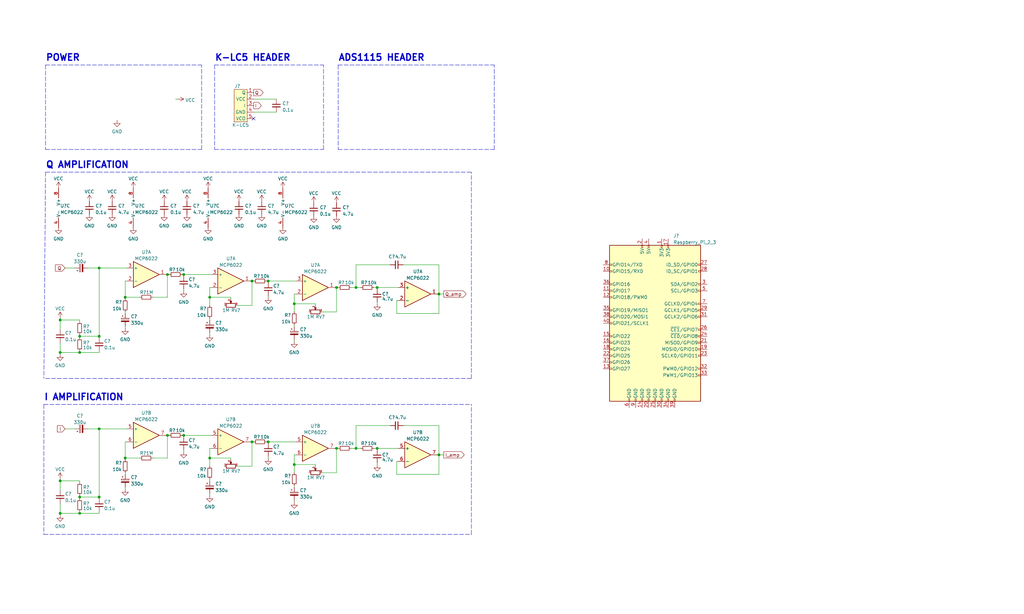
<source format=kicad_sch>
(kicad_sch (version 20211123) (generator eeschema)
  (paper "User" 399.999 240.005)
  (lib_symbols
    (symbol "Amplifier_Operational:MCP6022" (pin_names (offset 0.127))
      (property "Reference" "U" (at 0 5.08 0))
      (property "Value" "MCP6022" (at 0 -5.08 0))
      (symbol "MCP6022_1_1"
        (polyline (pts (xy -5.08 5.08) (xy 5.08 0) (xy -5.08 -5.08) (xy -5.08 5.08)) (stroke (width 0.254)) (fill (type background)))
        (pin output line (at 7.62 0 180) (length 2.54) (name "~") (number "1"))
        (pin input line (at -7.62 -2.54 0) (length 2.54) (name "-") (number "2"))
        (pin input line (at -7.62 2.54 0) (length 2.54) (name "+") (number "3"))
      )
      (symbol "MCP6022_2_1"
        (polyline (pts (xy -5.08 5.08) (xy 5.08 0) (xy -5.08 -5.08) (xy -5.08 5.08)) (stroke (width 0.254)) (fill (type background)))
        (pin input line (at -7.62 2.54 0) (length 2.54) (name "+") (number "5"))
        (pin input line (at -7.62 -2.54 0) (length 2.54) (name "-") (number "6"))
        (pin output line (at 7.62 0 180) (length 2.54) (name "~") (number "7"))
      )
      (symbol "MCP6022_3_1"
        (pin power_in line (at -2.54 -7.62 90) (length 3.81) (name "V-") (number "4"))
        (pin power_in line (at -2.54 7.62 270) (length 3.81) (name "V+") (number "8"))
      )
    )
    (symbol "Connector:Raspberry_Pi_2_3" (pin_names (offset 1.016))
      (property "Reference" "J" (at -17.78 31.75 0))
      (property "Value" "Raspberry_Pi_2_3" (at 10.16 -31.75 0))
      (symbol "Raspberry_Pi_2_3_0_1"
        (rectangle (start -17.78 30.48) (end 17.78 -30.48) (stroke (width 0.254)) (fill (type background)))
      )
      (symbol "Raspberry_Pi_2_3_1_1"
        (rectangle (start -16.891 -17.526) (end -17.78 -18.034))
        (rectangle (start -16.891 -14.986) (end -17.78 -15.494))
        (rectangle (start -16.891 -12.446) (end -17.78 -12.954))
        (rectangle (start -16.891 -9.906) (end -17.78 -10.414))
        (rectangle (start -16.891 -7.366) (end -17.78 -7.874))
        (rectangle (start -16.891 -4.826) (end -17.78 -5.334))
        (rectangle (start -16.891 0.254) (end -17.78 -0.254))
        (rectangle (start -16.891 2.794) (end -17.78 2.286))
        (rectangle (start -16.891 5.334) (end -17.78 4.826))
        (rectangle (start -16.891 10.414) (end -17.78 9.906))
        (rectangle (start -16.891 12.954) (end -17.78 12.446))
        (rectangle (start -16.891 15.494) (end -17.78 14.986))
        (rectangle (start -16.891 20.574) (end -17.78 20.066))
        (rectangle (start -16.891 23.114) (end -17.78 22.606))
        (rectangle (start -10.414 -29.591) (end -9.906 -30.48))
        (rectangle (start -7.874 -29.591) (end -7.366 -30.48))
        (rectangle (start -5.334 -29.591) (end -4.826 -30.48))
        (rectangle (start -5.334 30.48) (end -4.826 29.591))
        (rectangle (start -2.794 -29.591) (end -2.286 -30.48))
        (rectangle (start -2.794 30.48) (end -2.286 29.591))
        (rectangle (start -0.254 -29.591) (end 0.254 -30.48))
        (rectangle (start 2.286 -29.591) (end 2.794 -30.48))
        (rectangle (start 2.286 30.48) (end 2.794 29.591))
        (rectangle (start 4.826 -29.591) (end 5.334 -30.48))
        (rectangle (start 4.826 30.48) (end 5.334 29.591))
        (rectangle (start 7.366 -29.591) (end 7.874 -30.48))
        (rectangle (start 17.78 -20.066) (end 16.891 -20.574))
        (rectangle (start 17.78 -17.526) (end 16.891 -18.034))
        (rectangle (start 17.78 -12.446) (end 16.891 -12.954))
        (rectangle (start 17.78 -9.906) (end 16.891 -10.414))
        (rectangle (start 17.78 -7.366) (end 16.891 -7.874))
        (rectangle (start 17.78 -4.826) (end 16.891 -5.334))
        (rectangle (start 17.78 -2.286) (end 16.891 -2.794))
        (rectangle (start 17.78 2.794) (end 16.891 2.286))
        (rectangle (start 17.78 5.334) (end 16.891 4.826))
        (rectangle (start 17.78 7.874) (end 16.891 7.366))
        (rectangle (start 17.78 12.954) (end 16.891 12.446))
        (rectangle (start 17.78 15.494) (end 16.891 14.986))
        (rectangle (start 17.78 20.574) (end 16.891 20.066))
        (rectangle (start 17.78 23.114) (end 16.891 22.606))
        (pin power_in line (at 2.54 33.02 270) (length 2.54) (name "3V3") (number "1"))
        (pin bidirectional line (at -20.32 20.32 0) (length 2.54) (name "GPIO15/RXD") (number "10"))
        (pin bidirectional line (at -20.32 12.7 0) (length 2.54) (name "GPIO17") (number "11"))
        (pin bidirectional line (at -20.32 10.16 0) (length 2.54) (name "GPIO18/PWM0") (number "12"))
        (pin bidirectional line (at -20.32 -17.78 0) (length 2.54) (name "GPIO27") (number "13"))
        (pin power_in line (at -5.08 -33.02 90) (length 2.54) (name "GND") (number "14"))
        (pin bidirectional line (at -20.32 -5.08 0) (length 2.54) (name "GPIO22") (number "15"))
        (pin bidirectional line (at -20.32 -7.62 0) (length 2.54) (name "GPIO23") (number "16"))
        (pin power_in line (at 5.08 33.02 270) (length 2.54) (name "3V3") (number "17"))
        (pin bidirectional line (at -20.32 -10.16 0) (length 2.54) (name "GPIO24") (number "18"))
        (pin bidirectional line (at 20.32 -10.16 180) (length 2.54) (name "MOSI0/GPIO10") (number "19"))
        (pin power_in line (at -5.08 33.02 270) (length 2.54) (name "5V") (number "2"))
        (pin power_in line (at -2.54 -33.02 90) (length 2.54) (name "GND") (number "20"))
        (pin bidirectional line (at 20.32 -7.62 180) (length 2.54) (name "MISO0/GPIO9") (number "21"))
        (pin bidirectional line (at -20.32 -12.7 0) (length 2.54) (name "GPIO25") (number "22"))
        (pin bidirectional line (at 20.32 -12.7 180) (length 2.54) (name "SCLK0/GPIO11") (number "23"))
        (pin bidirectional line (at 20.32 -5.08 180) (length 2.54) (name "~{CE0}/GPIO8") (number "24"))
        (pin power_in line (at 0 -33.02 90) (length 2.54) (name "GND") (number "25"))
        (pin bidirectional line (at 20.32 -2.54 180) (length 2.54) (name "~{CE1}/GPIO7") (number "26"))
        (pin bidirectional line (at 20.32 22.86 180) (length 2.54) (name "ID_SD/GPIO0") (number "27"))
        (pin bidirectional line (at 20.32 20.32 180) (length 2.54) (name "ID_SC/GPIO1") (number "28"))
        (pin bidirectional line (at 20.32 5.08 180) (length 2.54) (name "GCLK1/GPIO5") (number "29"))
        (pin bidirectional line (at 20.32 15.24 180) (length 2.54) (name "SDA/GPIO2") (number "3"))
        (pin power_in line (at 2.54 -33.02 90) (length 2.54) (name "GND") (number "30"))
        (pin bidirectional line (at 20.32 2.54 180) (length 2.54) (name "GCLK2/GPIO6") (number "31"))
        (pin bidirectional line (at 20.32 -17.78 180) (length 2.54) (name "PWM0/GPIO12") (number "32"))
        (pin bidirectional line (at 20.32 -20.32 180) (length 2.54) (name "PWM1/GPIO13") (number "33"))
        (pin power_in line (at 5.08 -33.02 90) (length 2.54) (name "GND") (number "34"))
        (pin bidirectional line (at -20.32 5.08 0) (length 2.54) (name "GPIO19/MISO1") (number "35"))
        (pin bidirectional line (at -20.32 15.24 0) (length 2.54) (name "GPIO16") (number "36"))
        (pin bidirectional line (at -20.32 -15.24 0) (length 2.54) (name "GPIO26") (number "37"))
        (pin bidirectional line (at -20.32 2.54 0) (length 2.54) (name "GPIO20/MOSI1") (number "38"))
        (pin power_in line (at 7.62 -33.02 90) (length 2.54) (name "GND") (number "39"))
        (pin power_in line (at -2.54 33.02 270) (length 2.54) (name "5V") (number "4"))
        (pin bidirectional line (at -20.32 0 0) (length 2.54) (name "GPIO21/SCLK1") (number "40"))
        (pin bidirectional line (at 20.32 12.7 180) (length 2.54) (name "SCL/GPIO3") (number "5"))
        (pin power_in line (at -10.16 -33.02 90) (length 2.54) (name "GND") (number "6"))
        (pin bidirectional line (at 20.32 7.62 180) (length 2.54) (name "GCLK0/GPIO4") (number "7"))
        (pin bidirectional line (at -20.32 22.86 0) (length 2.54) (name "GPIO14/TXD") (number "8"))
        (pin power_in line (at -7.62 -33.02 90) (length 2.54) (name "GND") (number "9"))
      )
    )
    (symbol "Device:C_Polarized_Small" (pin_numbers hide) (pin_names (offset 0.254) hide)
      (property "Reference" "C" (at 0.254 1.778 0))
      (property "Value" "C_Polarized_Small" (at 0.254 -2.032 0))
      (symbol "C_Polarized_Small_0_1"
        (rectangle (start -1.524 -0.3048) (end 1.524 -0.6858) (fill (type outline)))
        (rectangle (start -1.524 0.6858) (end 1.524 0.3048))
        (polyline (pts (xy -1.27 1.524) (xy -0.762 1.524)))
        (polyline (pts (xy -1.016 1.27) (xy -1.016 1.778)))
      )
      (symbol "C_Polarized_Small_1_1"
        (pin passive line (at 0 2.54 270) (length 1.8542) (name "~") (number "1"))
        (pin passive line (at 0 -2.54 90) (length 1.8542) (name "~") (number "2"))
      )
    )
    (symbol "Device:C_Small" (pin_numbers hide) (pin_names (offset 0.254) hide)
      (property "Reference" "C" (at 0.254 1.778 0))
      (property "Value" "C_Small" (at 0.254 -2.032 0))
      (symbol "C_Small_0_1"
        (polyline (pts (xy -1.524 -0.508) (xy 1.524 -0.508)) (stroke (width 0.3302)))
        (polyline (pts (xy -1.524 0.508) (xy 1.524 0.508)) (stroke (width 0.3048)))
      )
      (symbol "C_Small_1_1"
        (pin passive line (at 0 2.54 270) (length 2.032) (name "~") (number "1"))
        (pin passive line (at 0 -2.54 90) (length 2.032) (name "~") (number "2"))
      )
    )
    (symbol "Device:R_Potentiometer_Small" (pin_names (offset 1.016) hide)
      (property "Reference" "RV" (at -4.445 0 90))
      (property "Value" "R_Potentiometer_Small" (at -2.54 0 90))
      (symbol "R_Potentiometer_Small_0_1"
        (polyline (pts (xy 0.889 0) (xy 0.635 0) (xy 1.651 0.381) (xy 1.651 -0.381) (xy 0.635 0) (xy 0.889 0)) (fill (type outline)))
        (rectangle (start 0.762 1.8034) (end -0.762 -1.8034) (stroke (width 0.254)))
      )
      (symbol "R_Potentiometer_Small_1_1"
        (pin passive line (at 0 2.54 270) (length 0.635) (name "1") (number "1"))
        (pin passive line (at 2.54 0 180) (length 0.9906) (name "2") (number "2"))
        (pin passive line (at 0 -2.54 90) (length 0.635) (name "3") (number "3"))
      )
    )
    (symbol "Device:R_Small" (pin_numbers hide) (pin_names (offset 0.254) hide)
      (property "Reference" "R" (at 0.762 0.508 0))
      (property "Value" "R_Small" (at 0.762 -1.016 0))
      (symbol "R_Small_0_1"
        (rectangle (start -0.762 1.778) (end 0.762 -1.778) (stroke (width 0.2032)))
      )
      (symbol "R_Small_1_1"
        (pin passive line (at 0 2.54 270) (length 0.762) (name "~") (number "1"))
        (pin passive line (at 0 -2.54 90) (length 0.762) (name "~") (number "2"))
      )
    )
    (symbol "Proj_Lib:K-LC5"
      (property "Reference" "J?" (at -1.27 7.62 0))
      (property "Value" "K-LC5" (at 0 -7.62 0))
      (symbol "K-LC5_0_1"
        (rectangle (start -2.54 6.35) (end 2.54 -6.35) (stroke (width 0.1524)) (fill (type background)))
      )
      (symbol "K-LC5_1_1"
        (pin output line (at 5.08 5.08 180) (length 2.54) (name "Q") (number "1"))
        (pin power_in line (at 5.08 2.54 180) (length 2.54) (name "VCC") (number "2"))
        (pin output line (at 5.08 0 180) (length 2.54) (name "I") (number "3"))
        (pin power_in line (at 5.08 -2.54 180) (length 2.54) (name "GND") (number "4"))
        (pin input line (at 5.08 -5.08 180) (length 2.54) (name "VCO") (number "5"))
      )
    )
    (symbol "power:GND" (power) (pin_names (offset 0))
      (property "Value" "GND" (at 0 -3.81 0))
      (symbol "GND_0_1"
        (polyline (pts (xy 0 0) (xy 0 -1.27) (xy 1.27 -1.27) (xy 0 -2.54) (xy -1.27 -1.27) (xy 0 -1.27)))
      )
      (symbol "GND_1_1"
        (pin power_in line (at 0 0 270) (length 0) hide (name "GND") (number "1"))
      )
    )
    (symbol "power:VCC" (power) (pin_names (offset 0))
      (property "Value" "VCC" (at 0 3.81 0))
      (symbol "VCC_0_1"
        (polyline (pts (xy -0.762 1.27) (xy 0 2.54)))
        (polyline (pts (xy 0 0) (xy 0 2.54)))
        (polyline (pts (xy 0 2.54) (xy 0.762 1.27)))
      )
      (symbol "VCC_1_1"
        (pin power_in line (at 0 0 90) (length 0) hide (name "VCC") (number "1"))
      )
    )
  )
  (junction (at 98.425 109.855))
  (junction (at 31.115 131.445))
  (junction (at 104.775 172.72))
  (junction (at 23.495 200.66))
  (junction (at 38.735 131.445))
  (junction (at 139.065 112.395))
  (junction (at 65.405 170.18))
  (junction (at 114.935 118.745))
  (junction (at 31.115 200.66))
  (junction (at 131.445 112.395))
  (junction (at 38.735 167.64))
  (junction (at 81.915 179.07))
  (junction (at 98.425 172.72))
  (junction (at 147.32 175.26))
  (junction (at 81.915 116.205))
  (junction (at 38.735 194.31))
  (junction (at 139.065 175.26))
  (junction (at 104.775 109.855))
  (junction (at 48.895 116.205))
  (junction (at 38.735 104.775))
  (junction (at 48.895 179.07))
  (junction (at 147.32 112.395))
  (junction (at 114.935 181.61))
  (junction (at 23.495 125.095))
  (junction (at 71.755 170.18))
  (junction (at 71.755 107.315))
  (junction (at 31.115 137.795))
  (junction (at 23.495 187.96))
  (junction (at 171.45 177.8))
  (junction (at 65.405 107.315))
  (junction (at 31.115 194.31))
  (junction (at 131.445 175.26))
  (junction (at 23.495 137.795))
  (junction (at 171.45 114.935))
  (no_connect (at 99.06 46.355))
  (wire (pts (xy 65.405 116.205) (xy 59.69 116.205)))
  (wire (pts (xy 131.445 184.785) (xy 125.73 184.785)))
  (wire (pts (xy 98.425 119.38) (xy 92.71 119.38)))
  (wire (pts (xy 81.915 112.395) (xy 81.915 116.205)))
  (polyline (pts (xy 126.365 58.42) (xy 126.365 25.4)))
  (wire (pts (xy 97.79 172.72) (xy 98.425 172.72)))
  (wire (pts (xy 171.45 103.505) (xy 157.48 103.505)))
  (wire (pts (xy 139.065 175.26) (xy 140.97 175.26)))
  (wire (pts (xy 123.19 118.745) (xy 114.935 118.745)))
  (polyline (pts (xy 17.145 208.915) (xy 184.15 208.915)))
  (polyline (pts (xy 83.82 58.42) (xy 126.365 58.42)))
  (wire (pts (xy 97.79 109.855) (xy 98.425 109.855)))
  (wire (pts (xy 98.425 172.72) (xy 99.06 172.72)))
  (wire (pts (xy 104.775 109.855) (xy 115.57 109.855)))
  (wire (pts (xy 114.935 177.8) (xy 114.935 181.61)))
  (wire (pts (xy 64.77 170.18) (xy 65.405 170.18)))
  (wire (pts (xy 71.12 107.315) (xy 71.755 107.315)))
  (wire (pts (xy 171.45 166.37) (xy 171.45 177.8)))
  (wire (pts (xy 98.425 109.855) (xy 98.425 119.38)))
  (wire (pts (xy 82.55 175.26) (xy 81.915 175.26)))
  (wire (pts (xy 114.935 118.745) (xy 114.935 121.92)))
  (wire (pts (xy 114.935 127) (xy 114.935 127.635)))
  (wire (pts (xy 131.445 175.26) (xy 131.445 184.785)))
  (wire (pts (xy 23.495 187.96) (xy 31.115 187.96)))
  (polyline (pts (xy 17.78 25.4) (xy 78.74 25.4)))
  (wire (pts (xy 98.425 172.72) (xy 98.425 182.245)))
  (wire (pts (xy 154.94 122.555) (xy 154.94 117.475)))
  (wire (pts (xy 65.405 107.315) (xy 65.405 116.205)))
  (polyline (pts (xy 132.08 58.42) (xy 193.04 58.42)))
  (wire (pts (xy 104.775 115.57) (xy 104.775 116.205)))
  (wire (pts (xy 31.115 194.31) (xy 31.115 194.945)))
  (wire (pts (xy 38.735 137.16) (xy 38.735 137.795)))
  (wire (pts (xy 23.495 187.325) (xy 23.495 187.96)))
  (wire (pts (xy 104.775 109.855) (xy 104.775 110.49)))
  (wire (pts (xy 171.45 114.935) (xy 173.355 114.935)))
  (wire (pts (xy 71.755 107.315) (xy 82.55 107.315)))
  (polyline (pts (xy 78.74 58.42) (xy 78.74 25.4)))
  (wire (pts (xy 114.935 177.8) (xy 115.57 177.8)))
  (wire (pts (xy 130.81 175.26) (xy 131.445 175.26)))
  (wire (pts (xy 123.19 181.61) (xy 114.935 181.61)))
  (polyline (pts (xy 184.15 208.915) (xy 184.15 158.115)))
  (wire (pts (xy 99.06 43.815) (xy 107.95 43.815)))
  (wire (pts (xy 48.895 109.855) (xy 48.895 116.205)))
  (wire (pts (xy 171.45 114.935) (xy 171.45 103.505)))
  (wire (pts (xy 31.115 200.66) (xy 23.495 200.66)))
  (wire (pts (xy 139.065 103.505) (xy 139.065 112.395)))
  (wire (pts (xy 81.915 187.325) (xy 81.915 187.96)))
  (polyline (pts (xy 17.145 158.115) (xy 17.145 208.915)))
  (wire (pts (xy 147.32 118.11) (xy 147.32 118.745)))
  (wire (pts (xy 81.915 130.175) (xy 81.915 130.81)))
  (wire (pts (xy 171.45 114.935) (xy 171.45 122.555)))
  (wire (pts (xy 123.19 181.61) (xy 123.19 182.245)))
  (wire (pts (xy 25.4 167.64) (xy 29.21 167.64)))
  (wire (pts (xy 90.17 179.07) (xy 81.915 179.07)))
  (wire (pts (xy 81.915 179.07) (xy 81.915 182.245)))
  (wire (pts (xy 104.775 178.435) (xy 104.775 179.07)))
  (wire (pts (xy 31.115 188.595) (xy 31.115 187.96)))
  (wire (pts (xy 38.735 131.445) (xy 31.115 131.445)))
  (wire (pts (xy 114.935 132.715) (xy 114.935 133.35)))
  (wire (pts (xy 114.935 189.865) (xy 114.935 190.5)))
  (wire (pts (xy 114.935 181.61) (xy 114.935 184.785)))
  (wire (pts (xy 71.755 107.315) (xy 71.755 107.95)))
  (wire (pts (xy 98.425 109.855) (xy 99.06 109.855)))
  (wire (pts (xy 104.775 172.72) (xy 115.57 172.72)))
  (wire (pts (xy 104.14 172.72) (xy 104.775 172.72)))
  (wire (pts (xy 48.895 179.07) (xy 54.61 179.07)))
  (wire (pts (xy 81.915 175.26) (xy 81.915 179.07)))
  (wire (pts (xy 23.495 196.85) (xy 23.495 200.66)))
  (wire (pts (xy 104.775 172.72) (xy 104.775 173.355)))
  (polyline (pts (xy 17.78 67.31) (xy 184.15 67.31)))
  (wire (pts (xy 154.94 117.475) (xy 155.575 117.475)))
  (wire (pts (xy 64.77 107.315) (xy 65.405 107.315)))
  (wire (pts (xy 65.405 107.315) (xy 66.04 107.315)))
  (wire (pts (xy 104.14 109.855) (xy 104.775 109.855)))
  (wire (pts (xy 152.4 166.37) (xy 139.065 166.37)))
  (polyline (pts (xy 83.82 25.4) (xy 83.82 58.42)))
  (polyline (pts (xy 17.78 147.955) (xy 184.15 147.955)))
  (polyline (pts (xy 17.78 25.4) (xy 17.78 58.42)))
  (wire (pts (xy 90.17 116.205) (xy 90.17 116.84)))
  (wire (pts (xy 71.755 170.18) (xy 82.55 170.18)))
  (wire (pts (xy 147.32 180.975) (xy 147.32 181.61)))
  (wire (pts (xy 139.065 166.37) (xy 139.065 175.26)))
  (wire (pts (xy 38.735 167.64) (xy 38.735 194.31)))
  (wire (pts (xy 48.895 172.72) (xy 48.895 179.07)))
  (wire (pts (xy 38.735 200.66) (xy 31.115 200.66)))
  (wire (pts (xy 81.915 116.205) (xy 81.915 119.38)))
  (wire (pts (xy 23.495 133.985) (xy 23.495 137.795)))
  (wire (pts (xy 48.895 184.785) (xy 48.895 185.42)))
  (wire (pts (xy 171.45 177.8) (xy 171.45 185.42)))
  (wire (pts (xy 90.17 179.07) (xy 90.17 179.705)))
  (wire (pts (xy 130.81 112.395) (xy 131.445 112.395)))
  (wire (pts (xy 31.115 193.675) (xy 31.115 194.31)))
  (wire (pts (xy 23.495 125.095) (xy 23.495 128.905)))
  (wire (pts (xy 23.495 187.96) (xy 23.495 191.77)))
  (wire (pts (xy 71.755 113.03) (xy 71.755 113.665)))
  (wire (pts (xy 114.935 114.935) (xy 115.57 114.935)))
  (polyline (pts (xy 184.15 147.955) (xy 184.15 67.31)))
  (wire (pts (xy 48.895 190.5) (xy 48.895 191.135)))
  (wire (pts (xy 171.45 122.555) (xy 154.94 122.555)))
  (wire (pts (xy 31.115 200.025) (xy 31.115 200.66)))
  (wire (pts (xy 114.935 114.935) (xy 114.935 118.745)))
  (wire (pts (xy 34.29 104.775) (xy 38.735 104.775)))
  (wire (pts (xy 123.19 118.745) (xy 123.19 119.38)))
  (wire (pts (xy 171.45 166.37) (xy 157.48 166.37)))
  (wire (pts (xy 98.425 182.245) (xy 92.71 182.245)))
  (wire (pts (xy 38.735 132.08) (xy 38.735 131.445)))
  (wire (pts (xy 23.495 200.66) (xy 23.495 201.295)))
  (wire (pts (xy 48.895 121.92) (xy 48.895 122.555)))
  (polyline (pts (xy 17.78 58.42) (xy 78.74 58.42)))
  (wire (pts (xy 139.065 112.395) (xy 140.97 112.395)))
  (wire (pts (xy 147.32 112.395) (xy 155.575 112.395)))
  (wire (pts (xy 23.495 137.795) (xy 23.495 138.43)))
  (wire (pts (xy 31.115 137.795) (xy 23.495 137.795)))
  (wire (pts (xy 71.12 170.18) (xy 71.755 170.18)))
  (wire (pts (xy 82.55 112.395) (xy 81.915 112.395)))
  (wire (pts (xy 147.32 175.26) (xy 155.575 175.26)))
  (wire (pts (xy 65.405 170.18) (xy 65.405 179.07)))
  (wire (pts (xy 38.735 194.31) (xy 31.115 194.31)))
  (wire (pts (xy 68.58 38.735) (xy 69.215 38.735)))
  (wire (pts (xy 71.755 170.18) (xy 71.755 170.815)))
  (wire (pts (xy 65.405 170.18) (xy 66.04 170.18)))
  (wire (pts (xy 131.445 112.395) (xy 131.445 121.92)))
  (wire (pts (xy 31.115 125.73) (xy 31.115 125.095)))
  (wire (pts (xy 38.735 104.775) (xy 49.53 104.775)))
  (wire (pts (xy 137.16 112.395) (xy 139.065 112.395)))
  (polyline (pts (xy 17.78 67.31) (xy 17.145 147.955)))
  (polyline (pts (xy 132.08 25.4) (xy 132.08 58.42)))
  (wire (pts (xy 171.45 185.42) (xy 154.94 185.42)))
  (wire (pts (xy 31.115 130.81) (xy 31.115 131.445)))
  (wire (pts (xy 71.755 175.895) (xy 71.755 176.53)))
  (wire (pts (xy 25.4 104.775) (xy 29.21 104.775)))
  (wire (pts (xy 146.05 112.395) (xy 147.32 112.395)))
  (wire (pts (xy 48.895 127.635) (xy 48.895 128.27)))
  (wire (pts (xy 81.915 124.46) (xy 81.915 125.095)))
  (wire (pts (xy 49.53 172.72) (xy 48.895 172.72)))
  (wire (pts (xy 38.735 137.795) (xy 31.115 137.795)))
  (wire (pts (xy 90.17 116.205) (xy 81.915 116.205)))
  (wire (pts (xy 48.895 179.07) (xy 48.895 179.705)))
  (wire (pts (xy 170.815 177.8) (xy 171.45 177.8)))
  (wire (pts (xy 99.06 38.735) (xy 107.95 38.735)))
  (wire (pts (xy 81.915 193.04) (xy 81.915 193.675)))
  (wire (pts (xy 152.4 103.505) (xy 139.065 103.505)))
  (wire (pts (xy 131.445 112.395) (xy 132.08 112.395)))
  (wire (pts (xy 38.735 200.025) (xy 38.735 200.66)))
  (wire (pts (xy 48.895 116.205) (xy 48.895 116.84)))
  (polyline (pts (xy 83.82 25.4) (xy 126.365 25.4)))
  (wire (pts (xy 154.94 180.34) (xy 155.575 180.34)))
  (wire (pts (xy 146.05 175.26) (xy 147.32 175.26)))
  (wire (pts (xy 114.935 195.58) (xy 114.935 196.215)))
  (wire (pts (xy 137.16 175.26) (xy 139.065 175.26)))
  (wire (pts (xy 38.735 194.945) (xy 38.735 194.31)))
  (polyline (pts (xy 193.04 58.42) (xy 193.04 25.4)))
  (wire (pts (xy 131.445 121.92) (xy 125.73 121.92)))
  (wire (pts (xy 170.815 114.935) (xy 171.45 114.935)))
  (wire (pts (xy 147.32 112.395) (xy 147.32 113.03)))
  (wire (pts (xy 131.445 175.26) (xy 132.08 175.26)))
  (wire (pts (xy 49.53 109.855) (xy 48.895 109.855)))
  (polyline (pts (xy 17.145 158.115) (xy 184.15 158.115)))
  (wire (pts (xy 31.115 137.16) (xy 31.115 137.795)))
  (wire (pts (xy 31.115 131.445) (xy 31.115 132.08)))
  (wire (pts (xy 65.405 179.07) (xy 59.69 179.07)))
  (wire (pts (xy 48.895 116.205) (xy 54.61 116.205)))
  (wire (pts (xy 171.45 177.8) (xy 173.355 177.8)))
  (wire (pts (xy 23.495 124.46) (xy 23.495 125.095)))
  (wire (pts (xy 147.32 175.26) (xy 147.32 175.895)))
  (wire (pts (xy 23.495 125.095) (xy 31.115 125.095)))
  (wire (pts (xy 34.29 167.64) (xy 38.735 167.64)))
  (wire (pts (xy 38.735 167.64) (xy 49.53 167.64)))
  (polyline (pts (xy 132.08 25.4) (xy 193.04 25.4)))
  (wire (pts (xy 154.94 185.42) (xy 154.94 180.34)))
  (wire (pts (xy 38.735 104.775) (xy 38.735 131.445)))
  (text "Q AMPLIFICATION" (at 17.78 66.04 0) (effects (font (size 2.54 2.54) (thickness 0.508) bold) (justify left bottom)))
  (text "I AMPLIFICATION" (at 17.145 156.845 0) (effects (font (size 2.54 2.54) (thickness 0.508) bold) (justify left bottom)))
  (text "K-LC5 HEADER\n" (at 83.82 24.13 0) (effects (font (size 2.54 2.54) (thickness 0.508) bold) (justify left bottom)))
  (text "POWER" (at 17.78 24.13 0) (effects (font (size 2.54 2.54) (thickness 0.508) bold) (justify left bottom)))
  (text "ADS1115 HEADER\n" (at 132.08 24.13 0) (effects (font (size 2.54 2.54) (thickness 0.508) bold) (justify left bottom)))
  (global_label "I_amp" (shape output) (at 173.355 177.8 0) (property "Intersheet References" "${INTERSHEET_REFS}" (effects hide)))
  (global_label "Q_amp" (shape output) (at 173.355 114.935 0) (property "Intersheet References" "${INTERSHEET_REFS}" (effects hide)))
  (global_label "I" (shape output) (at 99.06 41.275 0) (property "Intersheet References" "${INTERSHEET_REFS}" (effects hide)))
  (global_label "I" (shape input) (at 25.4 167.64 180) (property "Intersheet References" "${INTERSHEET_REFS}" (effects hide)))
  (global_label "Q" (shape input) (at 25.4 104.775 180) (property "Intersheet References" "${INTERSHEET_REFS}" (effects hide)))
  (global_label "Q" (shape output) (at 99.06 36.195 0) (property "Intersheet References" "${INTERSHEET_REFS}" (effects hide)))
  (symbol (lib_id "Device:C_Small") (at 38.735 197.485 0) (unit 1)
    (property "Reference" "C?" (at 40.64 196.215 0) (effects (justify left)))
    (property "Value" "0.1u" (at 40.64 198.755 0) (effects (justify left)))
  )
  (symbol (lib_id "power:GND") (at 52.07 88.9 0) (unit 1)
    (property "Reference" "#PWR?" (effects hide))
    (property "Value" "GND" (at 52.07 93.3434 0))
  )
  (symbol (lib_id "Device:C_Polarized_Small") (at 114.935 193.04 0) (unit 1)
    (property "Reference" "C?" (at 117.094 191.6592 0) (effects (justify left)))
    (property "Value" "330u" (at 117.094 194.1961 0) (effects (justify left)))
  )
  (symbol (lib_id "Device:R_Small") (at 101.6 172.72 270) (unit 1)
    (property "Reference" "R?" (at 100.33 170.815 90))
    (property "Value" "10k" (at 103.505 170.815 90))
  )
  (symbol (lib_id "power:GND") (at 104.775 179.07 0) (unit 1)
    (property "Reference" "#PWR?" (effects hide))
    (property "Value" "GND" (at 104.775 183.5134 0))
  )
  (symbol (lib_id "power:VCC") (at 22.86 73.66 0) (unit 1)
    (property "Reference" "#PWR?" (effects hide))
    (property "Value" "VCC" (at 24.765 69.85 0) (effects (justify right)))
  )
  (symbol (lib_id "power:VCC") (at 122.555 79.375 0) (unit 1)
    (property "Reference" "#PWR?" (effects hide))
    (property "Value" "VCC" (at 124.46 75.565 0) (effects (justify right)))
  )
  (symbol (lib_id "power:GND") (at 34.925 83.82 0) (unit 1)
    (property "Reference" "#PWR?" (effects hide))
    (property "Value" "GND" (at 34.925 88.2634 0))
  )
  (symbol (lib_id "power:GND") (at 110.49 88.9 0) (unit 1)
    (property "Reference" "#PWR?" (effects hide))
    (property "Value" "GND" (at 110.49 93.3434 0))
  )
  (symbol (lib_id "Amplifier_Operational:MCP6022") (at 123.19 175.26 0) (unit 2)
    (property "Reference" "U?" (at 123.19 166.4802 0))
    (property "Value" "MCP6022" (at 123.19 169.0171 0))
    (property "Datasheet" "http://ww1.microchip.com/downloads/en/devicedoc/20001685e.pdf" (effects hide))
  )
  (symbol (lib_id "Device:C_Small") (at 23.495 194.31 0) (unit 1)
    (property "Reference" "C?" (at 25.4 193.04 0) (effects (justify left)))
    (property "Value" "0.1u" (at 25.4 195.58 0) (effects (justify left)))
  )
  (symbol (lib_id "Device:R_Small") (at 134.62 112.395 270) (unit 1)
    (property "Reference" "R?" (at 133.35 110.49 90))
    (property "Value" "10k" (at 136.525 110.49 90))
  )
  (symbol (lib_id "power:GND") (at 147.32 181.61 0) (unit 1)
    (property "Reference" "#PWR?" (effects hide))
    (property "Value" "GND" (at 147.32 186.0534 0))
  )
  (symbol (lib_id "Device:R_Small") (at 114.935 124.46 0) (unit 1)
    (property "Reference" "R?" (at 112.395 123.19 0))
    (property "Value" "10k" (at 111.76 125.73 0))
  )
  (symbol (lib_id "Device:C_Polarized_Small") (at 81.915 127.635 0) (unit 1)
    (property "Reference" "C?" (at 84.074 126.2542 0) (effects (justify left)))
    (property "Value" "330u" (at 84.074 128.7911 0) (effects (justify left)))
  )
  (symbol (lib_id "Amplifier_Operational:MCP6022") (at 83.82 81.28 0) (unit 3)
    (property "Reference" "U?" (at 81.915 80.4453 0) (effects (justify left)))
    (property "Value" "MCP6022" (at 81.915 82.9822 0) (effects (justify left)))
    (property "Datasheet" "http://ww1.microchip.com/downloads/en/devicedoc/20001685e.pdf" (effects hide))
  )
  (symbol (lib_id "Device:C_Small") (at 73.025 81.28 0) (unit 1)
    (property "Reference" "C?" (at 75.3491 80.4516 0) (effects (justify left)))
    (property "Value" "4.7u" (at 75.3491 82.9885 0) (effects (justify left)))
  )
  (symbol (lib_id "power:VCC") (at 43.815 78.74 0) (unit 1)
    (property "Reference" "#PWR?" (effects hide))
    (property "Value" "VCC" (at 45.72 74.93 0) (effects (justify right)))
  )
  (symbol (lib_id "power:GND") (at 102.235 83.82 0) (unit 1)
    (property "Reference" "#PWR?" (effects hide))
    (property "Value" "GND" (at 102.235 88.2634 0))
  )
  (symbol (lib_id "Device:C_Polarized_Small") (at 48.895 125.095 0) (unit 1)
    (property "Reference" "C?" (at 51.054 123.7142 0) (effects (justify left)))
    (property "Value" "330u" (at 51.054 126.2511 0) (effects (justify left)))
  )
  (symbol (lib_id "power:GND") (at 71.755 176.53 0) (unit 1)
    (property "Reference" "#PWR?" (effects hide))
    (property "Value" "GND" (at 71.755 180.9734 0))
  )
  (symbol (lib_id "power:VCC") (at 110.49 73.66 0) (unit 1)
    (property "Reference" "#PWR?" (effects hide))
    (property "Value" "VCC" (at 112.395 69.85 0) (effects (justify right)))
  )
  (symbol (lib_id "Device:C_Small") (at 34.925 81.28 0) (unit 1)
    (property "Reference" "C?" (at 37.2491 80.4516 0) (effects (justify left)))
    (property "Value" "0.1u" (at 37.2491 82.9885 0) (effects (justify left)))
  )
  (symbol (lib_id "Amplifier_Operational:MCP6022") (at 123.19 112.395 0) (unit 1)
    (property "Reference" "U?" (at 123.19 103.6152 0))
    (property "Value" "MCP6022" (at 123.19 106.1521 0))
    (property "Datasheet" "http://ww1.microchip.com/downloads/en/devicedoc/20001685e.pdf" (effects hide))
  )
  (symbol (lib_id "Device:R_Small") (at 143.51 112.395 270) (unit 1)
    (property "Reference" "R?" (at 142.24 110.49 90))
    (property "Value" "10k" (at 145.415 110.49 90))
  )
  (symbol (lib_id "Device:C_Small") (at 102.235 81.28 0) (unit 1)
    (property "Reference" "C?" (at 104.5591 80.4516 0) (effects (justify left)))
    (property "Value" "4.7u" (at 104.5591 82.9885 0) (effects (justify left)))
  )
  (symbol (lib_id "Device:C_Small") (at 43.815 81.28 0) (unit 1)
    (property "Reference" "C?" (at 46.1391 80.4516 0) (effects (justify left)))
    (property "Value" "4.7u" (at 46.1391 82.9885 0) (effects (justify left)))
  )
  (symbol (lib_id "power:VCC") (at 23.495 124.46 0) (unit 1)
    (property "Reference" "#PWR?" (effects hide))
    (property "Value" "VCC" (at 25.4 120.65 0) (effects (justify right)))
  )
  (symbol (lib_id "Device:C_Polarized_Small") (at 81.915 190.5 0) (unit 1)
    (property "Reference" "C?" (at 84.074 189.1192 0) (effects (justify left)))
    (property "Value" "330u" (at 84.074 191.6561 0) (effects (justify left)))
  )
  (symbol (lib_id "Device:R_Small") (at 31.115 197.485 0) (unit 1)
    (property "Reference" "R?" (at 32.385 196.85 0) (effects (justify left)))
    (property "Value" "10k" (at 32.385 198.755 0) (effects (justify left)))
  )
  (symbol (lib_id "Device:R_Small") (at 57.15 116.205 270) (unit 1)
    (property "Reference" "R?" (at 55.88 114.3 90))
    (property "Value" "1M" (at 58.42 114.3 90))
  )
  (symbol (lib_id "Device:R_Small") (at 114.935 187.325 0) (unit 1)
    (property "Reference" "R?" (at 112.395 186.055 0))
    (property "Value" "10k" (at 111.76 188.595 0))
  )
  (symbol (lib_id "Device:C_Polarized_Small") (at 31.75 104.775 90) (unit 1)
    (property "Reference" "C?" (at 31.2039 99.6782 90))
    (property "Value" "330u" (at 31.2039 102.2151 90))
  )
  (symbol (lib_id "Amplifier_Operational:MCP6022") (at 90.17 172.72 0) (unit 2)
    (property "Reference" "U?" (at 90.17 163.9402 0))
    (property "Value" "MCP6022" (at 90.17 166.4771 0))
    (property "Datasheet" "http://ww1.microchip.com/downloads/en/devicedoc/20001685e.pdf" (effects hide))
  )
  (symbol (lib_id "power:GND") (at 122.555 84.455 0) (unit 1)
    (property "Reference" "#PWR?" (effects hide))
    (property "Value" "GND" (at 122.555 88.8984 0))
  )
  (symbol (lib_id "Amplifier_Operational:MCP6022") (at 57.15 107.315 0) (unit 1)
    (property "Reference" "U?" (at 57.15 98.5352 0))
    (property "Value" "MCP6022" (at 57.15 101.0721 0))
    (property "Datasheet" "http://ww1.microchip.com/downloads/en/devicedoc/20001685e.pdf" (effects hide))
  )
  (symbol (lib_id "power:VCC") (at 34.925 78.74 0) (unit 1)
    (property "Reference" "#PWR?" (effects hide))
    (property "Value" "VCC" (at 36.83 74.93 0) (effects (justify right)))
  )
  (symbol (lib_id "Device:R_Small") (at 57.15 179.07 270) (unit 1)
    (property "Reference" "R?" (at 55.88 177.165 90))
    (property "Value" "1M" (at 58.42 177.165 90))
  )
  (symbol (lib_id "Proj_Lib:K-LC5") (at 93.98 41.275 0) (unit 1)
    (property "Reference" "J?" (at 92.71 33.655 0))
    (property "Value" "K-LC5" (at 93.98 48.895 0))
  )
  (symbol (lib_id "Device:R_Potentiometer_Small") (at 123.19 184.785 90) (unit 1)
    (property "Reference" "RV?" (at 125.095 186.69 90))
    (property "Value" "1M" (at 121.285 186.69 90))
  )
  (symbol (lib_id "power:GND") (at 64.135 83.82 0) (unit 1)
    (property "Reference" "#PWR?" (effects hide))
    (property "Value" "GND" (at 64.135 88.2634 0))
  )
  (symbol (lib_id "Amplifier_Operational:MCP6022") (at 57.15 170.18 0) (unit 2)
    (property "Reference" "U?" (at 57.15 161.4002 0))
    (property "Value" "MCP6022" (at 57.15 163.9371 0))
    (property "Datasheet" "http://ww1.microchip.com/downloads/en/devicedoc/20001685e.pdf" (effects hide))
  )
  (symbol (lib_id "Device:C_Small") (at 104.775 175.895 0) (unit 1)
    (property "Reference" "C?" (at 106.68 174.625 0) (effects (justify left)))
    (property "Value" "4.7u" (at 106.68 177.165 0) (effects (justify left)))
  )
  (symbol (lib_id "power:GND") (at 23.495 138.43 0) (unit 1)
    (property "Reference" "#PWR?" (effects hide))
    (property "Value" "GND" (at 23.495 142.8734 0))
  )
  (symbol (lib_id "Amplifier_Operational:MCP6022") (at 163.195 114.935 0) (unit 1)
    (property "Reference" "U?" (at 163.195 106.1552 0))
    (property "Value" "MCP6022" (at 163.195 108.6921 0))
    (property "Datasheet" "http://ww1.microchip.com/downloads/en/devicedoc/20001685e.pdf" (effects hide))
  )
  (symbol (lib_id "Device:R_Small") (at 31.115 191.135 0) (unit 1)
    (property "Reference" "R?" (at 32.385 190.5 0) (effects (justify left)))
    (property "Value" "10k" (at 32.385 192.405 0) (effects (justify left)))
  )
  (symbol (lib_id "Device:R_Small") (at 68.58 107.315 270) (unit 1)
    (property "Reference" "R?" (at 67.31 105.41 90))
    (property "Value" "10k" (at 70.485 105.41 90))
  )
  (symbol (lib_id "power:GND") (at 81.28 88.9 0) (unit 1)
    (property "Reference" "#PWR?" (effects hide))
    (property "Value" "GND" (at 81.28 93.3434 0))
  )
  (symbol (lib_id "power:GND") (at 45.72 46.99 0) (unit 1)
    (property "Reference" "#PWR?" (effects hide))
    (property "Value" "GND" (at 45.72 51.4334 0))
  )
  (symbol (lib_id "Device:C_Small") (at 147.32 115.57 0) (unit 1)
    (property "Reference" "C?" (at 149.225 114.935 0) (effects (justify left)))
    (property "Value" "4.7u" (at 149.225 116.84 0) (effects (justify left)))
  )
  (symbol (lib_id "power:GND") (at 71.755 113.665 0) (unit 1)
    (property "Reference" "#PWR?" (effects hide))
    (property "Value" "GND" (at 71.755 118.1084 0))
  )
  (symbol (lib_id "Amplifier_Operational:MCP6022") (at 113.03 81.28 0) (unit 3)
    (property "Reference" "U?" (at 111.125 80.4453 0) (effects (justify left)))
    (property "Value" "MCP6022" (at 111.125 82.9822 0) (effects (justify left)))
    (property "Datasheet" "http://ww1.microchip.com/downloads/en/devicedoc/20001685e.pdf" (effects hide))
  )
  (symbol (lib_id "Device:C_Small") (at 38.735 134.62 0) (unit 1)
    (property "Reference" "C?" (at 40.64 133.35 0) (effects (justify left)))
    (property "Value" "0.1u" (at 40.64 135.89 0) (effects (justify left)))
  )
  (symbol (lib_id "Device:R_Small") (at 68.58 170.18 270) (unit 1)
    (property "Reference" "R?" (at 67.31 168.275 90))
    (property "Value" "10k" (at 70.485 168.275 90))
  )
  (symbol (lib_id "power:VCC") (at 73.025 78.74 0) (unit 1)
    (property "Reference" "#PWR?" (effects hide))
    (property "Value" "VCC" (at 74.93 74.93 0) (effects (justify right)))
  )
  (symbol (lib_id "Device:R_Small") (at 81.915 184.785 0) (unit 1)
    (property "Reference" "R?" (at 79.375 183.515 0))
    (property "Value" "10k" (at 78.74 186.055 0))
  )
  (symbol (lib_id "Device:C_Small") (at 104.775 113.03 0) (unit 1)
    (property "Reference" "C?" (at 106.68 111.76 0) (effects (justify left)))
    (property "Value" "4.7u" (at 106.68 114.3 0) (effects (justify left)))
  )
  (symbol (lib_id "power:GND") (at 93.345 83.82 0) (unit 1)
    (property "Reference" "#PWR?" (effects hide))
    (property "Value" "GND" (at 93.345 88.2634 0))
  )
  (symbol (lib_id "Device:C_Small") (at 154.94 103.505 270) (unit 1)
    (property "Reference" "C?" (at 151.765 100.33 90) (effects (justify left)))
    (property "Value" "4.7u" (at 154.305 100.33 90) (effects (justify left)))
  )
  (symbol (lib_id "Amplifier_Operational:MCP6022") (at 90.17 109.855 0) (unit 1)
    (property "Reference" "U?" (at 90.17 101.0752 0))
    (property "Value" "MCP6022" (at 90.17 103.6121 0))
    (property "Datasheet" "http://ww1.microchip.com/downloads/en/devicedoc/20001685e.pdf" (effects hide))
  )
  (symbol (lib_id "Connector:Raspberry_Pi_2_3") (at 255.905 126.365 0) (unit 1)
    (property "Reference" "J?" (at 263.0044 92.1852 0) (effects (justify left)))
    (property "Value" "Raspberry_Pi_2_3" (at 263.0044 94.7221 0) (effects (justify left)))
    (property "Datasheet" "https://www.raspberrypi.org/documentation/hardware/raspberrypi/schematics/rpi_SCH_3bplus_1p0_reduced.pdf" (effects hide))
  )
  (symbol (lib_id "Device:R_Small") (at 143.51 175.26 270) (unit 1)
    (property "Reference" "R?" (at 142.24 173.355 90))
    (property "Value" "10k" (at 145.415 173.355 90))
  )
  (symbol (lib_id "Device:R_Potentiometer_Small") (at 90.17 119.38 90) (unit 1)
    (property "Reference" "RV?" (at 92.075 121.285 90))
    (property "Value" "1M" (at 88.265 121.285 90))
  )
  (symbol (lib_id "power:GND") (at 22.86 88.9 0) (unit 1)
    (property "Reference" "#PWR?" (effects hide))
    (property "Value" "GND" (at 22.86 93.3434 0))
  )
  (symbol (lib_id "Device:R_Small") (at 48.895 182.245 0) (unit 1)
    (property "Reference" "R?" (at 46.355 180.975 0))
    (property "Value" "10k" (at 45.72 183.515 0))
  )
  (symbol (lib_id "power:GND") (at 131.445 84.455 0) (unit 1)
    (property "Reference" "#PWR?" (effects hide))
    (property "Value" "GND" (at 131.445 88.8984 0))
  )
  (symbol (lib_id "Device:C_Small") (at 122.555 81.915 0) (unit 1)
    (property "Reference" "C?" (at 124.8791 81.0866 0) (effects (justify left)))
    (property "Value" "0.1u" (at 124.8791 83.6235 0) (effects (justify left)))
  )
  (symbol (lib_id "power:VCC") (at 131.445 79.375 0) (unit 1)
    (property "Reference" "#PWR?" (effects hide))
    (property "Value" "VCC" (at 133.35 75.565 0) (effects (justify right)))
  )
  (symbol (lib_id "Device:C_Small") (at 23.495 131.445 0) (unit 1)
    (property "Reference" "C?" (at 25.4 130.175 0) (effects (justify left)))
    (property "Value" "0.1u" (at 25.4 132.715 0) (effects (justify left)))
  )
  (symbol (lib_id "Device:C_Polarized_Small") (at 31.75 167.64 90) (unit 1)
    (property "Reference" "C?" (at 31.2039 162.5432 90))
    (property "Value" "330u" (at 31.2039 165.0801 90))
  )
  (symbol (lib_id "Device:C_Polarized_Small") (at 48.895 187.96 0) (unit 1)
    (property "Reference" "C?" (at 51.054 186.5792 0) (effects (justify left)))
    (property "Value" "330u" (at 51.054 189.1161 0) (effects (justify left)))
  )
  (symbol (lib_id "power:VCC") (at 52.07 73.66 0) (unit 1)
    (property "Reference" "#PWR?" (effects hide))
    (property "Value" "VCC" (at 53.975 69.85 0) (effects (justify right)))
  )
  (symbol (lib_id "Device:C_Small") (at 64.135 81.28 0) (unit 1)
    (property "Reference" "C?" (at 66.4591 80.4516 0) (effects (justify left)))
    (property "Value" "0.1u" (at 66.4591 82.9885 0) (effects (justify left)))
  )
  (symbol (lib_id "power:GND") (at 48.895 128.27 0) (unit 1)
    (property "Reference" "#PWR?" (effects hide))
    (property "Value" "GND" (at 48.895 132.7134 0))
  )
  (symbol (lib_id "Device:R_Small") (at 101.6 109.855 270) (unit 1)
    (property "Reference" "R?" (at 100.33 107.95 90))
    (property "Value" "10k" (at 103.505 107.95 90))
  )
  (symbol (lib_id "power:GND") (at 147.32 118.745 0) (unit 1)
    (property "Reference" "#PWR?" (effects hide))
    (property "Value" "GND" (at 147.32 123.1884 0))
  )
  (symbol (lib_id "Amplifier_Operational:MCP6022") (at 163.195 177.8 0) (unit 2)
    (property "Reference" "U?" (at 163.195 169.0202 0))
    (property "Value" "MCP6022" (at 163.195 171.5571 0))
    (property "Datasheet" "http://ww1.microchip.com/downloads/en/devicedoc/20001685e.pdf" (effects hide))
  )
  (symbol (lib_id "Device:R_Small") (at 31.115 134.62 0) (unit 1)
    (property "Reference" "R?" (at 32.385 133.985 0) (effects (justify left)))
    (property "Value" "10k" (at 32.385 135.89 0) (effects (justify left)))
  )
  (symbol (lib_id "Device:R_Small") (at 134.62 175.26 270) (unit 1)
    (property "Reference" "R?" (at 133.35 173.355 90))
    (property "Value" "10k" (at 136.525 173.355 90))
  )
  (symbol (lib_id "Device:R_Small") (at 31.115 128.27 0) (unit 1)
    (property "Reference" "R?" (at 32.385 127.635 0) (effects (justify left)))
    (property "Value" "10k" (at 32.385 129.54 0) (effects (justify left)))
  )
  (symbol (lib_id "Amplifier_Operational:MCP6022") (at 54.61 81.28 0) (unit 3)
    (property "Reference" "U?" (at 52.705 80.4453 0) (effects (justify left)))
    (property "Value" "MCP6022" (at 52.705 82.9822 0) (effects (justify left)))
    (property "Datasheet" "http://ww1.microchip.com/downloads/en/devicedoc/20001685e.pdf" (effects hide))
  )
  (symbol (lib_id "power:GND") (at 73.025 83.82 0) (unit 1)
    (property "Reference" "#PWR?" (effects hide))
    (property "Value" "GND" (at 73.025 88.2634 0))
  )
  (symbol (lib_id "power:GND") (at 48.895 191.135 0) (unit 1)
    (property "Reference" "#PWR?" (effects hide))
    (property "Value" "GND" (at 48.895 195.5784 0))
  )
  (symbol (lib_id "power:GND") (at 23.495 201.295 0) (unit 1)
    (property "Reference" "#PWR?" (effects hide))
    (property "Value" "GND" (at 23.495 205.7384 0))
  )
  (symbol (lib_id "Device:C_Small") (at 147.32 178.435 0) (unit 1)
    (property "Reference" "C?" (at 149.225 177.8 0) (effects (justify left)))
    (property "Value" "4.7u" (at 149.225 179.705 0) (effects (justify left)))
  )
  (symbol (lib_id "power:VCC") (at 93.345 78.74 0) (unit 1)
    (property "Reference" "#PWR?" (effects hide))
    (property "Value" "VCC" (at 95.25 74.93 0) (effects (justify right)))
  )
  (symbol (lib_id "power:GND") (at 114.935 196.215 0) (unit 1)
    (property "Reference" "#PWR?" (effects hide))
    (property "Value" "GND" (at 114.935 200.6584 0))
  )
  (symbol (lib_id "power:VCC") (at 23.495 187.325 0) (unit 1)
    (property "Reference" "#PWR?" (effects hide))
    (property "Value" "VCC" (at 25.4 183.515 0) (effects (justify right)))
  )
  (symbol (lib_id "power:VCC") (at 102.235 78.74 0) (unit 1)
    (property "Reference" "#PWR?" (effects hide))
    (property "Value" "VCC" (at 104.14 74.93 0) (effects (justify right)))
  )
  (symbol (lib_id "power:VCC") (at 81.28 73.66 0) (unit 1)
    (property "Reference" "#PWR?" (effects hide))
    (property "Value" "VCC" (at 83.185 69.85 0) (effects (justify right)))
  )
  (symbol (lib_id "Device:C_Small") (at 71.755 110.49 0) (unit 1)
    (property "Reference" "C?" (at 73.66 109.22 0) (effects (justify left)))
    (property "Value" "4.7u" (at 73.66 111.76 0) (effects (justify left)))
  )
  (symbol (lib_id "Device:R_Small") (at 81.915 121.92 0) (unit 1)
    (property "Reference" "R?" (at 79.375 120.65 0))
    (property "Value" "10k" (at 78.74 123.19 0))
  )
  (symbol (lib_id "Device:R_Potentiometer_Small") (at 90.17 182.245 90) (unit 1)
    (property "Reference" "RV?" (at 92.075 184.15 90))
    (property "Value" "1M" (at 88.265 184.15 90))
  )
  (symbol (lib_id "power:GND") (at 81.915 193.675 0) (unit 1)
    (property "Reference" "#PWR?" (effects hide))
    (property "Value" "GND" (at 81.915 198.1184 0))
  )
  (symbol (lib_id "Amplifier_Operational:MCP6022") (at 25.4 81.28 0) (unit 3)
    (property "Reference" "U?" (at 23.495 80.4453 0) (effects (justify left)))
    (property "Value" "MCP6022" (at 23.495 82.9822 0) (effects (justify left)))
    (property "Datasheet" "http://ww1.microchip.com/downloads/en/devicedoc/20001685e.pdf" (effects hide))
  )
  (symbol (lib_id "power:GND") (at 104.775 116.205 0) (unit 1)
    (property "Reference" "#PWR?" (effects hide))
    (property "Value" "GND" (at 104.775 120.6484 0))
  )
  (symbol (lib_id "Device:C_Small") (at 107.95 41.275 0) (unit 1)
    (property "Reference" "C?" (at 110.2741 40.4466 0) (effects (justify left)))
    (property "Value" "0.1u" (at 110.2741 42.9835 0) (effects (justify left)))
  )
  (symbol (lib_id "Device:R_Potentiometer_Small") (at 123.19 121.92 90) (unit 1)
    (property "Reference" "RV?" (at 125.095 123.825 90))
    (property "Value" "1M" (at 121.285 123.825 90))
  )
  (symbol (lib_id "Device:C_Small") (at 154.94 166.37 270) (unit 1)
    (property "Reference" "C?" (at 151.765 163.195 90) (effects (justify left)))
    (property "Value" "4.7u" (at 154.305 163.195 90) (effects (justify left)))
  )
  (symbol (lib_id "power:GND") (at 114.935 133.35 0) (unit 1)
    (property "Reference" "#PWR?" (effects hide))
    (property "Value" "GND" (at 114.935 137.7934 0))
  )
  (symbol (lib_id "power:GND") (at 81.915 130.81 0) (unit 1)
    (property "Reference" "#PWR?" (effects hide))
    (property "Value" "GND" (at 81.915 135.2534 0))
  )
  (symbol (lib_id "power:VCC") (at 64.135 78.74 0) (unit 1)
    (property "Reference" "#PWR?" (effects hide))
    (property "Value" "VCC" (at 66.04 74.93 0) (effects (justify right)))
  )
  (symbol (lib_id "power:GND") (at 43.815 83.82 0) (unit 1)
    (property "Reference" "#PWR?" (effects hide))
    (property "Value" "GND" (at 43.815 88.2634 0))
  )
  (symbol (lib_id "Device:R_Small") (at 48.895 119.38 0) (unit 1)
    (property "Reference" "R?" (at 46.355 118.11 0))
    (property "Value" "10k" (at 45.72 120.65 0))
  )
  (symbol (lib_id "Device:C_Small") (at 71.755 173.355 0) (unit 1)
    (property "Reference" "C?" (at 73.66 172.085 0) (effects (justify left)))
    (property "Value" "4.7u" (at 73.66 174.625 0) (effects (justify left)))
  )
  (symbol (lib_id "Device:C_Small") (at 131.445 81.915 0) (unit 1)
    (property "Reference" "C?" (at 133.7691 81.0866 0) (effects (justify left)))
    (property "Value" "4.7u" (at 133.7691 83.6235 0) (effects (justify left)))
  )
  (symbol (lib_id "Device:C_Small") (at 93.345 81.28 0) (unit 1)
    (property "Reference" "C?" (at 95.6691 80.4516 0) (effects (justify left)))
    (property "Value" "0.1u" (at 95.6691 82.9885 0) (effects (justify left)))
  )
  (symbol (lib_id "power:VCC") (at 69.215 38.735 270) (unit 1)
    (property "Reference" "#PWR?" (effects hide))
    (property "Value" "VCC" (at 72.39 39.1688 90) (effects (justify left)))
  )
  (symbol (lib_id "Device:C_Polarized_Small") (at 114.935 130.175 0) (unit 1)
    (property "Reference" "C?" (at 117.094 128.7942 0) (effects (justify left)))
    (property "Value" "330u" (at 117.094 131.3311 0) (effects (justify left)))
  )
)
</source>
